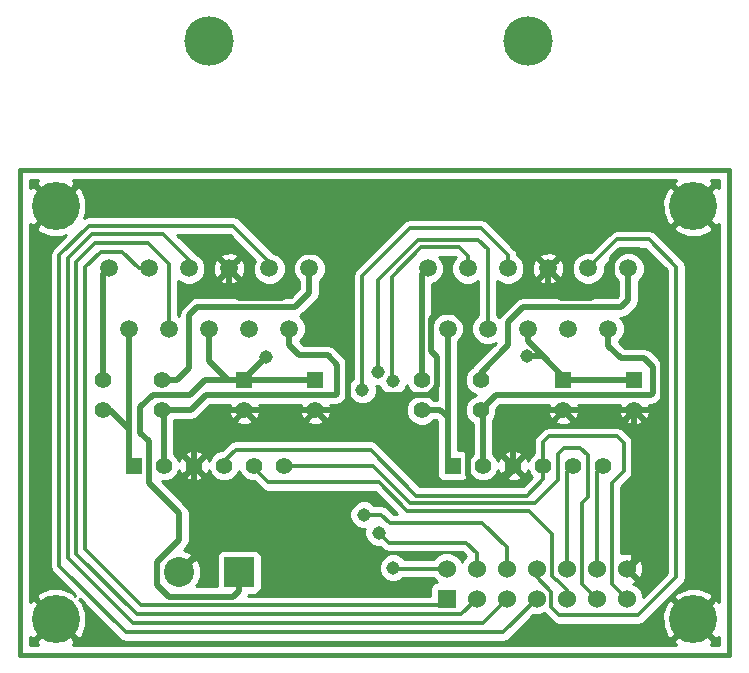
<source format=gbl>
G04 (created by PCBNEW (2013-mar-13)-testing) date Sun 19 May 2013 06:27:47 PM ART*
%MOIN*%
G04 Gerber Fmt 3.4, Leading zero omitted, Abs format*
%FSLAX34Y34*%
G01*
G70*
G90*
G04 APERTURE LIST*
%ADD10C,0.005906*%
%ADD11C,0.015000*%
%ADD12R,0.060000X0.060000*%
%ADD13C,0.060000*%
%ADD14R,0.055000X0.055000*%
%ADD15C,0.055000*%
%ADD16C,0.059100*%
%ADD17C,0.165000*%
%ADD18R,0.100000X0.100000*%
%ADD19C,0.100000*%
%ADD20C,0.160000*%
%ADD21C,0.045000*%
%ADD22C,0.013000*%
%ADD23C,0.019000*%
%ADD24C,0.010000*%
G04 APERTURE END LIST*
G54D10*
G54D11*
X53937Y-30709D02*
X54331Y-30709D01*
X53937Y-14567D02*
X53937Y-30709D01*
X77559Y-14567D02*
X53937Y-14567D01*
X77559Y-30709D02*
X77559Y-14567D01*
X54331Y-30709D02*
X77559Y-30709D01*
G54D12*
X68154Y-28846D03*
G54D13*
X68154Y-27846D03*
X69154Y-28846D03*
X69154Y-27846D03*
X70154Y-28846D03*
X70154Y-27846D03*
X71154Y-28846D03*
X71154Y-27846D03*
X72154Y-28846D03*
X72154Y-27846D03*
X73154Y-28846D03*
X73154Y-27846D03*
X74154Y-28846D03*
X74154Y-27846D03*
G54D14*
X57736Y-24409D03*
G54D15*
X58736Y-24409D03*
X59736Y-24409D03*
X60736Y-24409D03*
X61736Y-24409D03*
X62736Y-24409D03*
G54D14*
X68366Y-24409D03*
G54D15*
X69366Y-24409D03*
X70366Y-24409D03*
X71366Y-24409D03*
X72366Y-24409D03*
X73366Y-24409D03*
G54D16*
X62244Y-17835D03*
X61575Y-19842D03*
X60905Y-17835D03*
X63583Y-17835D03*
X62913Y-19843D03*
X60236Y-19843D03*
X58897Y-19843D03*
X59567Y-17835D03*
G54D17*
X60236Y-10237D03*
G54D16*
X56890Y-17835D03*
X57559Y-19842D03*
X58228Y-17835D03*
X72874Y-17835D03*
X72205Y-19842D03*
X71535Y-17835D03*
X74213Y-17835D03*
X73543Y-19843D03*
X70866Y-19843D03*
X69527Y-19843D03*
X70197Y-17835D03*
G54D17*
X70866Y-10237D03*
G54D16*
X67520Y-17835D03*
X68189Y-19842D03*
X68858Y-17835D03*
G54D14*
X63780Y-21547D03*
G54D15*
X63780Y-22547D03*
G54D14*
X61417Y-21547D03*
G54D15*
X61417Y-22547D03*
X58661Y-22547D03*
X58661Y-21547D03*
X56693Y-22547D03*
X56693Y-21547D03*
G54D14*
X72047Y-21547D03*
G54D15*
X72047Y-22547D03*
G54D14*
X74409Y-21547D03*
G54D15*
X74409Y-22547D03*
X69291Y-22547D03*
X69291Y-21547D03*
X67323Y-22547D03*
X67323Y-21547D03*
G54D18*
X61236Y-27953D03*
G54D19*
X59236Y-27953D03*
G54D20*
X76378Y-15748D03*
X76378Y-29528D03*
X55118Y-29528D03*
X55118Y-15748D03*
G54D21*
X65890Y-26640D03*
X65880Y-21270D03*
X66360Y-21600D03*
X66370Y-27810D03*
X65350Y-21870D03*
X65390Y-26040D03*
X62150Y-20770D03*
X70850Y-20750D03*
G54D22*
X73660Y-25000D02*
X73660Y-28352D01*
X74060Y-23640D02*
X74060Y-24090D01*
X60736Y-24409D02*
X60736Y-24264D01*
X67150Y-25410D02*
X70820Y-25410D01*
X70820Y-25410D02*
X71366Y-24864D01*
X71366Y-24864D02*
X71366Y-24409D01*
X73850Y-23430D02*
X74060Y-23640D01*
X71570Y-23430D02*
X73850Y-23430D01*
X71366Y-23634D02*
X71570Y-23430D01*
X73660Y-28352D02*
X74154Y-28846D01*
X74060Y-24090D02*
X74060Y-24600D01*
X71366Y-24409D02*
X71366Y-23634D01*
X60736Y-24264D02*
X61120Y-23880D01*
X61120Y-23880D02*
X65620Y-23880D01*
X65620Y-23880D02*
X67150Y-25410D01*
X74060Y-24600D02*
X73660Y-25000D01*
G54D23*
X56693Y-22547D02*
X56922Y-22547D01*
X56922Y-22547D02*
X57559Y-23184D01*
X57559Y-19842D02*
X57559Y-23184D01*
X57559Y-23184D02*
X57559Y-24232D01*
X57559Y-24232D02*
X57736Y-24409D01*
X59633Y-22547D02*
X58661Y-22547D01*
X64500Y-22000D02*
X64460Y-22040D01*
X62913Y-19843D02*
X62913Y-20393D01*
X64500Y-21040D02*
X64500Y-22000D01*
X60140Y-22040D02*
X59633Y-22547D01*
X61390Y-22040D02*
X60140Y-22040D01*
X63250Y-20730D02*
X64190Y-20730D01*
X62913Y-20393D02*
X63250Y-20730D01*
X58736Y-22622D02*
X58661Y-22547D01*
X64460Y-22040D02*
X61390Y-22040D01*
X58736Y-24409D02*
X58736Y-22622D01*
X64190Y-20730D02*
X64500Y-21040D01*
G54D22*
X68650Y-29350D02*
X69154Y-28846D01*
X57820Y-29350D02*
X68650Y-29350D01*
X55810Y-27340D02*
X57820Y-29350D01*
X55810Y-17610D02*
X55810Y-27340D01*
X56430Y-16990D02*
X55810Y-17610D01*
X58190Y-16990D02*
X56430Y-16990D01*
X58897Y-17697D02*
X58190Y-16990D01*
X58897Y-19843D02*
X58897Y-17697D01*
X57957Y-29057D02*
X67943Y-29057D01*
X67943Y-29057D02*
X68154Y-28846D01*
X56100Y-27200D02*
X57957Y-29057D01*
X56100Y-17800D02*
X56100Y-27200D01*
X57320Y-17270D02*
X56630Y-17270D01*
X57885Y-17835D02*
X57320Y-17270D01*
X58228Y-17835D02*
X57885Y-17835D01*
X56630Y-17270D02*
X56100Y-17800D01*
X70890Y-25920D02*
X71660Y-26690D01*
X72154Y-28846D02*
X72154Y-28544D01*
X71660Y-28070D02*
X71660Y-27240D01*
X72154Y-28544D02*
X71860Y-28250D01*
X71760Y-28170D02*
X71660Y-28070D01*
X71780Y-28170D02*
X71760Y-28170D01*
X66848Y-25920D02*
X70890Y-25920D01*
X71660Y-27240D02*
X71660Y-26690D01*
X61736Y-24409D02*
X61736Y-24486D01*
X65888Y-24960D02*
X66848Y-25920D01*
X61736Y-24486D02*
X62210Y-24960D01*
X62210Y-24960D02*
X65888Y-24960D01*
X71860Y-28250D02*
X71780Y-28170D01*
X71870Y-24040D02*
X71870Y-24020D01*
X65693Y-24409D02*
X66946Y-25662D01*
X71870Y-24892D02*
X71870Y-24130D01*
X72660Y-25660D02*
X72660Y-28352D01*
X62736Y-24409D02*
X65693Y-24409D01*
X67160Y-25662D02*
X71100Y-25662D01*
X71100Y-25662D02*
X71870Y-24892D01*
X66946Y-25662D02*
X67160Y-25662D01*
X72080Y-23810D02*
X72610Y-23810D01*
X72860Y-25460D02*
X72660Y-25660D01*
X71870Y-24020D02*
X72080Y-23810D01*
X71870Y-24130D02*
X71870Y-24040D01*
X72610Y-23810D02*
X72860Y-24060D01*
X72660Y-28352D02*
X73154Y-28846D01*
X72860Y-24060D02*
X72860Y-25460D01*
X59567Y-17835D02*
X59567Y-17557D01*
X69360Y-29640D02*
X70154Y-28846D01*
X57690Y-29640D02*
X69360Y-29640D01*
X55530Y-27480D02*
X57690Y-29640D01*
X55530Y-17500D02*
X55530Y-27480D01*
X56330Y-16700D02*
X55530Y-17500D01*
X58710Y-16700D02*
X56330Y-16700D01*
X59567Y-17557D02*
X58710Y-16700D01*
X55250Y-17390D02*
X55250Y-27750D01*
X56230Y-16410D02*
X55250Y-17390D01*
X57460Y-29960D02*
X70040Y-29960D01*
X62244Y-17835D02*
X62244Y-17604D01*
X55250Y-27750D02*
X57460Y-29960D01*
X62244Y-17604D02*
X61050Y-16410D01*
X61050Y-16410D02*
X56230Y-16410D01*
X70040Y-29960D02*
X71154Y-28846D01*
G54D23*
X67323Y-22547D02*
X67947Y-22547D01*
X67947Y-22547D02*
X68189Y-22789D01*
X68189Y-19842D02*
X68189Y-22789D01*
X68189Y-22789D02*
X68189Y-24232D01*
X68189Y-24232D02*
X68366Y-24409D01*
X75040Y-21970D02*
X74970Y-22040D01*
X75040Y-21120D02*
X75040Y-21970D01*
X73543Y-19843D02*
X73543Y-20413D01*
X69798Y-22040D02*
X69291Y-22547D01*
X74970Y-22040D02*
X69798Y-22040D01*
X73960Y-20830D02*
X74750Y-20830D01*
X74750Y-20830D02*
X75040Y-21120D01*
X69366Y-22622D02*
X69291Y-22547D01*
X69366Y-24409D02*
X69366Y-22622D01*
X73543Y-20413D02*
X73960Y-20830D01*
G54D22*
X69527Y-19843D02*
X69527Y-17197D01*
X69154Y-27334D02*
X69154Y-27846D01*
X68790Y-26970D02*
X69154Y-27334D01*
X66220Y-26970D02*
X68790Y-26970D01*
X65890Y-26640D02*
X66220Y-26970D01*
X65880Y-18210D02*
X65880Y-21270D01*
X67210Y-16880D02*
X65880Y-18210D01*
X69210Y-16880D02*
X67210Y-16880D01*
X69527Y-17197D02*
X69210Y-16880D01*
X68582Y-17132D02*
X67314Y-17132D01*
X66370Y-27810D02*
X66406Y-27846D01*
X66406Y-27846D02*
X68154Y-27846D01*
X68858Y-17835D02*
X68858Y-17408D01*
X66320Y-21560D02*
X66360Y-21600D01*
X67314Y-17132D02*
X66320Y-18126D01*
X66320Y-18126D02*
X66320Y-21560D01*
X68858Y-17408D02*
X68582Y-17132D01*
X72154Y-27846D02*
X72154Y-24621D01*
X72154Y-24621D02*
X72366Y-24409D01*
X73154Y-27846D02*
X73154Y-24621D01*
X73154Y-24621D02*
X73366Y-24409D01*
X65350Y-18070D02*
X65350Y-21870D01*
X66920Y-16500D02*
X65350Y-18070D01*
X69300Y-16500D02*
X66920Y-16500D01*
X70197Y-17397D02*
X69300Y-16500D01*
X70197Y-17835D02*
X70197Y-17397D01*
X70154Y-27134D02*
X70154Y-27846D01*
X69350Y-26330D02*
X70154Y-27134D01*
X66260Y-26330D02*
X69350Y-26330D01*
X65390Y-26040D02*
X65970Y-26040D01*
X65970Y-26040D02*
X66260Y-26330D01*
X75810Y-17770D02*
X74900Y-16860D01*
X74900Y-16860D02*
X73849Y-16860D01*
X71910Y-29390D02*
X74540Y-29390D01*
X73849Y-16860D02*
X72874Y-17835D01*
X71154Y-27846D02*
X71154Y-28134D01*
X75810Y-28120D02*
X75810Y-17770D01*
X71650Y-29130D02*
X71910Y-29390D01*
X71154Y-28134D02*
X71650Y-28630D01*
X71650Y-28630D02*
X71650Y-29130D01*
X74540Y-29390D02*
X75810Y-28120D01*
G54D23*
X68650Y-23380D02*
X68870Y-23600D01*
X75352Y-18002D02*
X75352Y-22218D01*
X68870Y-23600D02*
X68870Y-24710D01*
X68800Y-20260D02*
X68650Y-20410D01*
X67635Y-19515D02*
X67880Y-19270D01*
X74409Y-27591D02*
X74154Y-27846D01*
X68430Y-19270D02*
X68800Y-19640D01*
X75023Y-22547D02*
X74409Y-22547D01*
X69900Y-25030D02*
X70366Y-24564D01*
X67560Y-22050D02*
X67850Y-21760D01*
X68870Y-24710D02*
X69190Y-25030D01*
X74409Y-22547D02*
X74409Y-27591D01*
X68650Y-20410D02*
X68650Y-23380D01*
X68800Y-19640D02*
X68800Y-20260D01*
X73940Y-17220D02*
X74570Y-17220D01*
X75352Y-22218D02*
X75023Y-22547D01*
X67880Y-19270D02*
X68430Y-19270D01*
X74570Y-17220D02*
X75352Y-18002D01*
X69190Y-25030D02*
X69900Y-25030D01*
X71535Y-17835D02*
X71535Y-18393D01*
X65493Y-22547D02*
X65990Y-22050D01*
X65990Y-22050D02*
X67560Y-22050D01*
X64270Y-22547D02*
X65493Y-22547D01*
X67850Y-21760D02*
X67850Y-20800D01*
X67850Y-20800D02*
X67635Y-20585D01*
X67635Y-20585D02*
X67635Y-19515D01*
X70366Y-24564D02*
X70366Y-24409D01*
X63000Y-18460D02*
X63000Y-17600D01*
X64593Y-22547D02*
X64270Y-22547D01*
X72982Y-18818D02*
X73670Y-18130D01*
X62652Y-18808D02*
X63000Y-18460D01*
X63330Y-17270D02*
X63940Y-17270D01*
X64270Y-22547D02*
X63780Y-22547D01*
X74409Y-22547D02*
X72047Y-22547D01*
X64870Y-22270D02*
X64593Y-22547D01*
X59736Y-27453D02*
X59236Y-27953D01*
X60905Y-17835D02*
X60905Y-18463D01*
X73670Y-17490D02*
X73940Y-17220D01*
X71960Y-18818D02*
X72982Y-18818D01*
X64870Y-18200D02*
X64870Y-22270D01*
X73670Y-18130D02*
X73670Y-17490D01*
X63780Y-22547D02*
X61417Y-22547D01*
X61417Y-22547D02*
X60453Y-22547D01*
X59736Y-23264D02*
X59736Y-24409D01*
X60453Y-22547D02*
X59736Y-23264D01*
X63000Y-17600D02*
X63330Y-17270D01*
X70366Y-23559D02*
X70366Y-24409D01*
X71378Y-22547D02*
X70366Y-23559D01*
X72047Y-22547D02*
X71378Y-22547D01*
X63940Y-17270D02*
X64870Y-18200D01*
X59736Y-24409D02*
X59736Y-27453D01*
X60905Y-18463D02*
X61250Y-18808D01*
X61250Y-18808D02*
X62652Y-18808D01*
X71535Y-18393D02*
X71960Y-18818D01*
X58661Y-21547D02*
X59183Y-21547D01*
X63583Y-18637D02*
X63583Y-17835D01*
X63100Y-19120D02*
X63583Y-18637D01*
X59850Y-19120D02*
X63100Y-19120D01*
X59570Y-19400D02*
X59850Y-19120D01*
X59570Y-21160D02*
X59570Y-19400D01*
X59183Y-21547D02*
X59570Y-21160D01*
X56693Y-21547D02*
X56693Y-18032D01*
X56693Y-18032D02*
X56890Y-17835D01*
X70710Y-19130D02*
X73980Y-19130D01*
X69291Y-21547D02*
X69291Y-21309D01*
X74213Y-18897D02*
X74213Y-17835D01*
X69291Y-21309D02*
X70210Y-20390D01*
X73980Y-19130D02*
X74213Y-18897D01*
X70210Y-19630D02*
X70710Y-19130D01*
X70210Y-20390D02*
X70210Y-19630D01*
X67323Y-21547D02*
X67323Y-18032D01*
X67323Y-18032D02*
X67520Y-17835D01*
X59240Y-26100D02*
X59240Y-26885D01*
X59240Y-26885D02*
X59200Y-26925D01*
X61236Y-27953D02*
X61236Y-28589D01*
X61236Y-28589D02*
X61050Y-28775D01*
X58230Y-23600D02*
X57940Y-23310D01*
X57940Y-23310D02*
X57940Y-22460D01*
X58230Y-24970D02*
X58230Y-23600D01*
X59240Y-25980D02*
X58230Y-24970D01*
X72047Y-21437D02*
X72047Y-21547D01*
X70850Y-20750D02*
X71360Y-20750D01*
X61417Y-21547D02*
X61417Y-21503D01*
X71360Y-20750D02*
X72047Y-21437D01*
X58500Y-27625D02*
X59200Y-26925D01*
X60103Y-21547D02*
X61417Y-21547D01*
X59240Y-26100D02*
X59240Y-25980D01*
X61417Y-21503D02*
X62150Y-20770D01*
X60872Y-21547D02*
X61417Y-21547D01*
X61050Y-28775D02*
X58900Y-28775D01*
X58900Y-28775D02*
X58500Y-28375D01*
X70866Y-20256D02*
X71360Y-20750D01*
X70866Y-19843D02*
X70866Y-20256D01*
X57940Y-22460D02*
X58360Y-22040D01*
X58360Y-22040D02*
X59610Y-22040D01*
X59610Y-22040D02*
X60103Y-21547D01*
X60236Y-20911D02*
X60872Y-21547D01*
X58500Y-28375D02*
X58500Y-27625D01*
X63780Y-21547D02*
X61417Y-21547D01*
X74409Y-21547D02*
X72047Y-21547D01*
X60236Y-19843D02*
X60236Y-20911D01*
G54D10*
G36*
X67844Y-22202D02*
X67720Y-22202D01*
X67621Y-22102D01*
X67487Y-22046D01*
X67620Y-21992D01*
X67768Y-21845D01*
X67844Y-21661D01*
X67844Y-22202D01*
X67844Y-22202D01*
G37*
G54D24*
X67844Y-22202D02*
X67720Y-22202D01*
X67621Y-22102D01*
X67487Y-22046D01*
X67620Y-21992D01*
X67768Y-21845D01*
X67844Y-21661D01*
X67844Y-22202D01*
G54D10*
G36*
X69790Y-20322D02*
X69047Y-21065D01*
X69033Y-21085D01*
X68994Y-21102D01*
X68846Y-21249D01*
X68766Y-21442D01*
X68766Y-21651D01*
X68846Y-21844D01*
X68993Y-21992D01*
X69126Y-22047D01*
X68994Y-22102D01*
X68846Y-22249D01*
X68766Y-22442D01*
X68766Y-22651D01*
X68846Y-22844D01*
X68993Y-22992D01*
X69021Y-23003D01*
X69021Y-24011D01*
X68921Y-24111D01*
X68890Y-24185D01*
X68890Y-24085D01*
X68852Y-23993D01*
X68782Y-23923D01*
X68691Y-23885D01*
X68592Y-23885D01*
X68534Y-23885D01*
X68534Y-22789D01*
X68534Y-20266D01*
X68650Y-20150D01*
X68733Y-19950D01*
X68733Y-19734D01*
X68650Y-19534D01*
X68497Y-19381D01*
X68297Y-19298D01*
X68081Y-19298D01*
X67881Y-19381D01*
X67728Y-19534D01*
X67668Y-19678D01*
X67668Y-18362D01*
X67828Y-18296D01*
X67981Y-18143D01*
X68064Y-17943D01*
X68064Y-17727D01*
X67981Y-17527D01*
X67901Y-17447D01*
X68451Y-17447D01*
X68464Y-17460D01*
X68397Y-17527D01*
X68314Y-17727D01*
X68314Y-17943D01*
X68397Y-18143D01*
X68550Y-18296D01*
X68750Y-18379D01*
X68966Y-18379D01*
X69166Y-18296D01*
X69212Y-18250D01*
X69212Y-19389D01*
X69066Y-19535D01*
X68983Y-19735D01*
X68983Y-19951D01*
X69066Y-20151D01*
X69219Y-20304D01*
X69419Y-20387D01*
X69635Y-20387D01*
X69790Y-20322D01*
X69790Y-20322D01*
G37*
G54D24*
X69790Y-20322D02*
X69047Y-21065D01*
X69033Y-21085D01*
X68994Y-21102D01*
X68846Y-21249D01*
X68766Y-21442D01*
X68766Y-21651D01*
X68846Y-21844D01*
X68993Y-21992D01*
X69126Y-22047D01*
X68994Y-22102D01*
X68846Y-22249D01*
X68766Y-22442D01*
X68766Y-22651D01*
X68846Y-22844D01*
X68993Y-22992D01*
X69021Y-23003D01*
X69021Y-24011D01*
X68921Y-24111D01*
X68890Y-24185D01*
X68890Y-24085D01*
X68852Y-23993D01*
X68782Y-23923D01*
X68691Y-23885D01*
X68592Y-23885D01*
X68534Y-23885D01*
X68534Y-22789D01*
X68534Y-20266D01*
X68650Y-20150D01*
X68733Y-19950D01*
X68733Y-19734D01*
X68650Y-19534D01*
X68497Y-19381D01*
X68297Y-19298D01*
X68081Y-19298D01*
X67881Y-19381D01*
X67728Y-19534D01*
X67668Y-19678D01*
X67668Y-18362D01*
X67828Y-18296D01*
X67981Y-18143D01*
X68064Y-17943D01*
X68064Y-17727D01*
X67981Y-17527D01*
X67901Y-17447D01*
X68451Y-17447D01*
X68464Y-17460D01*
X68397Y-17527D01*
X68314Y-17727D01*
X68314Y-17943D01*
X68397Y-18143D01*
X68550Y-18296D01*
X68750Y-18379D01*
X68966Y-18379D01*
X69166Y-18296D01*
X69212Y-18250D01*
X69212Y-19389D01*
X69066Y-19535D01*
X68983Y-19735D01*
X68983Y-19951D01*
X69066Y-20151D01*
X69219Y-20304D01*
X69419Y-20387D01*
X69635Y-20387D01*
X69790Y-20322D01*
G54D10*
G36*
X77234Y-30384D02*
X76966Y-30384D01*
X77040Y-30261D01*
X76378Y-29599D01*
X76307Y-29670D01*
X76307Y-29528D01*
X75645Y-28866D01*
X75501Y-28952D01*
X75348Y-29332D01*
X75351Y-29742D01*
X75501Y-30104D01*
X75645Y-30190D01*
X76307Y-29528D01*
X76307Y-29670D01*
X75716Y-30261D01*
X75789Y-30384D01*
X56148Y-30384D01*
X55706Y-30384D01*
X55780Y-30261D01*
X55118Y-29599D01*
X54456Y-30261D01*
X54529Y-30384D01*
X54331Y-30384D01*
X54262Y-30384D01*
X54262Y-30116D01*
X54385Y-30190D01*
X55047Y-29528D01*
X54385Y-28866D01*
X54262Y-28939D01*
X54262Y-16336D01*
X54385Y-16410D01*
X55047Y-15748D01*
X54385Y-15086D01*
X54262Y-15159D01*
X54262Y-14892D01*
X54529Y-14892D01*
X54456Y-15015D01*
X55118Y-15677D01*
X55780Y-15015D01*
X55706Y-14892D01*
X75789Y-14892D01*
X75716Y-15015D01*
X76378Y-15677D01*
X77040Y-15015D01*
X76966Y-14892D01*
X77234Y-14892D01*
X77234Y-15159D01*
X77111Y-15086D01*
X76449Y-15748D01*
X77111Y-16410D01*
X77234Y-16336D01*
X77234Y-28939D01*
X77111Y-28866D01*
X77040Y-28937D01*
X77040Y-28795D01*
X77040Y-16481D01*
X76378Y-15819D01*
X76307Y-15890D01*
X76307Y-15748D01*
X75645Y-15086D01*
X75501Y-15172D01*
X75348Y-15552D01*
X75351Y-15962D01*
X75501Y-16324D01*
X75645Y-16410D01*
X76307Y-15748D01*
X76307Y-15890D01*
X75716Y-16481D01*
X75802Y-16625D01*
X76182Y-16778D01*
X76592Y-16775D01*
X76954Y-16625D01*
X77040Y-16481D01*
X77040Y-28795D01*
X76954Y-28651D01*
X76574Y-28498D01*
X76164Y-28501D01*
X76125Y-28517D01*
X76125Y-28120D01*
X76125Y-17770D01*
X76124Y-17769D01*
X76125Y-17769D01*
X76101Y-17649D01*
X76033Y-17547D01*
X76030Y-17545D01*
X75123Y-16637D01*
X75021Y-16569D01*
X74900Y-16545D01*
X73849Y-16545D01*
X73848Y-16545D01*
X73728Y-16569D01*
X73626Y-16637D01*
X73624Y-16639D01*
X72972Y-17291D01*
X72766Y-17291D01*
X72566Y-17374D01*
X72413Y-17527D01*
X72330Y-17727D01*
X72330Y-17943D01*
X72413Y-18143D01*
X72566Y-18296D01*
X72766Y-18379D01*
X72982Y-18379D01*
X73182Y-18296D01*
X73335Y-18143D01*
X73418Y-17943D01*
X73418Y-17736D01*
X73979Y-17175D01*
X74769Y-17175D01*
X75495Y-17900D01*
X75495Y-27989D01*
X75385Y-28099D01*
X75385Y-21970D01*
X75385Y-21120D01*
X75359Y-20988D01*
X75284Y-20876D01*
X74994Y-20586D01*
X74882Y-20511D01*
X74750Y-20485D01*
X74102Y-20485D01*
X73888Y-20270D01*
X73888Y-20267D01*
X74004Y-20151D01*
X74087Y-19951D01*
X74087Y-19735D01*
X74004Y-19535D01*
X73944Y-19475D01*
X73980Y-19475D01*
X74112Y-19449D01*
X74224Y-19374D01*
X74457Y-19141D01*
X74532Y-19030D01*
X74532Y-19029D01*
X74558Y-18897D01*
X74558Y-18259D01*
X74674Y-18143D01*
X74757Y-17943D01*
X74757Y-17727D01*
X74674Y-17527D01*
X74521Y-17374D01*
X74321Y-17291D01*
X74105Y-17291D01*
X73905Y-17374D01*
X73752Y-17527D01*
X73669Y-17727D01*
X73669Y-17943D01*
X73752Y-18143D01*
X73868Y-18259D01*
X73868Y-18754D01*
X73837Y-18785D01*
X72075Y-18785D01*
X72075Y-17913D01*
X72063Y-17701D01*
X72003Y-17556D01*
X71910Y-17531D01*
X71839Y-17602D01*
X71839Y-17460D01*
X71814Y-17367D01*
X71613Y-17295D01*
X71401Y-17307D01*
X71256Y-17367D01*
X71231Y-17460D01*
X71535Y-17764D01*
X71839Y-17460D01*
X71839Y-17602D01*
X71606Y-17835D01*
X71910Y-18139D01*
X72003Y-18114D01*
X72075Y-17913D01*
X72075Y-18785D01*
X71839Y-18785D01*
X71839Y-18210D01*
X71535Y-17906D01*
X71464Y-17977D01*
X71464Y-17835D01*
X71160Y-17531D01*
X71067Y-17556D01*
X70995Y-17757D01*
X71007Y-17969D01*
X71067Y-18114D01*
X71160Y-18139D01*
X71464Y-17835D01*
X71464Y-17977D01*
X71231Y-18210D01*
X71256Y-18303D01*
X71457Y-18375D01*
X71669Y-18363D01*
X71814Y-18303D01*
X71839Y-18210D01*
X71839Y-18785D01*
X70710Y-18785D01*
X70578Y-18811D01*
X70466Y-18886D01*
X69966Y-19386D01*
X69915Y-19462D01*
X69842Y-19389D01*
X69842Y-18249D01*
X69889Y-18296D01*
X70089Y-18379D01*
X70305Y-18379D01*
X70505Y-18296D01*
X70658Y-18143D01*
X70741Y-17943D01*
X70741Y-17727D01*
X70658Y-17527D01*
X70508Y-17377D01*
X70488Y-17276D01*
X70420Y-17174D01*
X70417Y-17172D01*
X69523Y-16277D01*
X69421Y-16209D01*
X69300Y-16185D01*
X66920Y-16185D01*
X66799Y-16209D01*
X66697Y-16277D01*
X65127Y-17847D01*
X65059Y-17949D01*
X65035Y-18070D01*
X65035Y-21513D01*
X64948Y-21601D01*
X64875Y-21775D01*
X64875Y-21964D01*
X64947Y-22139D01*
X65081Y-22272D01*
X65255Y-22345D01*
X65444Y-22345D01*
X65619Y-22273D01*
X65752Y-22139D01*
X65825Y-21965D01*
X65825Y-21776D01*
X65812Y-21745D01*
X65905Y-21745D01*
X65957Y-21869D01*
X66091Y-22002D01*
X66265Y-22075D01*
X66454Y-22075D01*
X66629Y-22003D01*
X66762Y-21869D01*
X66825Y-21717D01*
X66878Y-21844D01*
X67025Y-21992D01*
X67158Y-22047D01*
X67026Y-22102D01*
X66878Y-22249D01*
X66798Y-22442D01*
X66798Y-22651D01*
X66878Y-22844D01*
X67025Y-22992D01*
X67218Y-23072D01*
X67427Y-23072D01*
X67620Y-22992D01*
X67720Y-22892D01*
X67804Y-22892D01*
X67844Y-22932D01*
X67844Y-24079D01*
X67842Y-24084D01*
X67842Y-24183D01*
X67842Y-24733D01*
X67880Y-24825D01*
X67950Y-24895D01*
X68041Y-24933D01*
X68140Y-24933D01*
X68690Y-24933D01*
X68782Y-24895D01*
X68852Y-24825D01*
X68890Y-24734D01*
X68890Y-24635D01*
X68890Y-24631D01*
X68921Y-24706D01*
X69068Y-24854D01*
X69261Y-24934D01*
X69470Y-24934D01*
X69663Y-24854D01*
X69811Y-24707D01*
X69869Y-24566D01*
X69914Y-24676D01*
X70005Y-24699D01*
X70295Y-24409D01*
X70005Y-24119D01*
X69914Y-24142D01*
X69872Y-24260D01*
X69811Y-24112D01*
X69711Y-24011D01*
X69711Y-22869D01*
X69736Y-22845D01*
X69816Y-22652D01*
X69816Y-22510D01*
X69941Y-22385D01*
X71558Y-22385D01*
X71528Y-22473D01*
X71539Y-22677D01*
X71595Y-22814D01*
X71686Y-22837D01*
X71941Y-22582D01*
X71976Y-22547D01*
X72047Y-22476D01*
X72118Y-22547D01*
X72153Y-22582D01*
X72408Y-22837D01*
X72499Y-22814D01*
X72566Y-22621D01*
X72555Y-22417D01*
X72541Y-22385D01*
X73920Y-22385D01*
X73890Y-22473D01*
X73901Y-22677D01*
X73957Y-22814D01*
X74048Y-22837D01*
X74303Y-22582D01*
X74338Y-22547D01*
X74409Y-22476D01*
X74480Y-22547D01*
X74515Y-22582D01*
X74770Y-22837D01*
X74861Y-22814D01*
X74928Y-22621D01*
X74917Y-22417D01*
X74903Y-22385D01*
X74970Y-22385D01*
X75102Y-22359D01*
X75214Y-22284D01*
X75283Y-22215D01*
X75283Y-22214D01*
X75284Y-22214D01*
X75358Y-22103D01*
X75359Y-22102D01*
X75384Y-21971D01*
X75385Y-21970D01*
X75385Y-28099D01*
X74703Y-28781D01*
X74703Y-28737D01*
X74699Y-28727D01*
X74699Y-22908D01*
X74409Y-22618D01*
X74119Y-22908D01*
X74142Y-22999D01*
X74335Y-23066D01*
X74539Y-23055D01*
X74676Y-22999D01*
X74699Y-22908D01*
X74699Y-28727D01*
X74697Y-28722D01*
X74697Y-27925D01*
X74686Y-27712D01*
X74626Y-27565D01*
X74532Y-27538D01*
X74225Y-27846D01*
X74532Y-28154D01*
X74626Y-28127D01*
X74697Y-27925D01*
X74697Y-28722D01*
X74619Y-28535D01*
X74465Y-28381D01*
X74373Y-28343D01*
X74435Y-28318D01*
X74462Y-28224D01*
X74189Y-27952D01*
X74154Y-27917D01*
X74083Y-27846D01*
X74154Y-27775D01*
X74189Y-27740D01*
X74462Y-27468D01*
X74435Y-27374D01*
X74233Y-27303D01*
X74020Y-27314D01*
X73975Y-27332D01*
X73975Y-25130D01*
X74280Y-24824D01*
X74282Y-24823D01*
X74283Y-24823D01*
X74351Y-24721D01*
X74375Y-24600D01*
X74375Y-24090D01*
X74375Y-23640D01*
X74374Y-23639D01*
X74375Y-23639D01*
X74351Y-23519D01*
X74283Y-23417D01*
X74280Y-23415D01*
X74073Y-23207D01*
X73971Y-23139D01*
X73850Y-23115D01*
X72337Y-23115D01*
X72337Y-22908D01*
X72047Y-22618D01*
X71757Y-22908D01*
X71780Y-22999D01*
X71973Y-23066D01*
X72177Y-23055D01*
X72314Y-22999D01*
X72337Y-22908D01*
X72337Y-23115D01*
X71570Y-23115D01*
X71449Y-23139D01*
X71347Y-23207D01*
X71345Y-23209D01*
X71143Y-23411D01*
X71075Y-23513D01*
X71051Y-23634D01*
X71051Y-23981D01*
X70921Y-24111D01*
X70862Y-24251D01*
X70818Y-24142D01*
X70727Y-24119D01*
X70656Y-24190D01*
X70656Y-24048D01*
X70633Y-23957D01*
X70440Y-23890D01*
X70236Y-23901D01*
X70099Y-23957D01*
X70076Y-24048D01*
X70366Y-24338D01*
X70656Y-24048D01*
X70656Y-24190D01*
X70437Y-24409D01*
X70727Y-24699D01*
X70818Y-24676D01*
X70859Y-24557D01*
X70921Y-24706D01*
X70999Y-24784D01*
X70689Y-25095D01*
X70656Y-25095D01*
X70656Y-24770D01*
X70366Y-24480D01*
X70076Y-24770D01*
X70099Y-24861D01*
X70292Y-24928D01*
X70496Y-24917D01*
X70633Y-24861D01*
X70656Y-24770D01*
X70656Y-25095D01*
X67280Y-25095D01*
X65843Y-23657D01*
X65741Y-23589D01*
X65620Y-23565D01*
X64070Y-23565D01*
X64070Y-22908D01*
X63780Y-22618D01*
X63490Y-22908D01*
X63513Y-22999D01*
X63706Y-23066D01*
X63910Y-23055D01*
X64047Y-22999D01*
X64070Y-22908D01*
X64070Y-23565D01*
X61707Y-23565D01*
X61707Y-22908D01*
X61417Y-22618D01*
X61127Y-22908D01*
X61150Y-22999D01*
X61343Y-23066D01*
X61547Y-23055D01*
X61684Y-22999D01*
X61707Y-22908D01*
X61707Y-23565D01*
X61120Y-23565D01*
X60999Y-23589D01*
X60897Y-23657D01*
X60670Y-23884D01*
X60632Y-23884D01*
X60439Y-23964D01*
X60291Y-24111D01*
X60232Y-24251D01*
X60188Y-24142D01*
X60097Y-24119D01*
X60026Y-24190D01*
X60026Y-24048D01*
X60003Y-23957D01*
X59810Y-23890D01*
X59606Y-23901D01*
X59469Y-23957D01*
X59446Y-24048D01*
X59736Y-24338D01*
X60026Y-24048D01*
X60026Y-24190D01*
X59807Y-24409D01*
X60097Y-24699D01*
X60188Y-24676D01*
X60229Y-24557D01*
X60291Y-24706D01*
X60438Y-24854D01*
X60631Y-24934D01*
X60840Y-24934D01*
X61033Y-24854D01*
X61181Y-24707D01*
X61236Y-24573D01*
X61291Y-24706D01*
X61438Y-24854D01*
X61631Y-24934D01*
X61738Y-24934D01*
X61987Y-25183D01*
X62089Y-25251D01*
X62090Y-25251D01*
X62210Y-25275D01*
X65757Y-25275D01*
X66497Y-26015D01*
X66391Y-26015D01*
X66193Y-25817D01*
X66091Y-25749D01*
X65970Y-25725D01*
X65746Y-25725D01*
X65659Y-25638D01*
X65485Y-25565D01*
X65296Y-25565D01*
X65121Y-25637D01*
X64988Y-25771D01*
X64915Y-25945D01*
X64915Y-26134D01*
X64987Y-26309D01*
X65121Y-26442D01*
X65295Y-26515D01*
X65427Y-26515D01*
X65415Y-26545D01*
X65415Y-26734D01*
X65487Y-26909D01*
X65621Y-27042D01*
X65795Y-27115D01*
X65919Y-27115D01*
X65995Y-27190D01*
X65997Y-27193D01*
X66099Y-27261D01*
X66220Y-27285D01*
X68659Y-27285D01*
X68799Y-27424D01*
X68689Y-27535D01*
X68654Y-27619D01*
X68619Y-27535D01*
X68465Y-27381D01*
X68263Y-27297D01*
X68045Y-27297D01*
X67843Y-27381D01*
X67693Y-27531D01*
X66762Y-27531D01*
X66639Y-27408D01*
X66465Y-27335D01*
X66276Y-27335D01*
X66101Y-27407D01*
X65968Y-27541D01*
X65895Y-27715D01*
X65895Y-27904D01*
X65967Y-28079D01*
X66101Y-28212D01*
X66275Y-28285D01*
X66464Y-28285D01*
X66639Y-28213D01*
X66690Y-28161D01*
X67693Y-28161D01*
X67829Y-28297D01*
X67805Y-28297D01*
X67713Y-28335D01*
X67643Y-28405D01*
X67605Y-28496D01*
X67605Y-28595D01*
X67605Y-28742D01*
X61540Y-28742D01*
X61555Y-28721D01*
X61558Y-28702D01*
X61785Y-28702D01*
X61877Y-28664D01*
X61947Y-28594D01*
X61985Y-28503D01*
X61985Y-28404D01*
X61985Y-27404D01*
X61947Y-27312D01*
X61877Y-27242D01*
X61786Y-27204D01*
X61687Y-27204D01*
X60687Y-27204D01*
X60595Y-27242D01*
X60525Y-27312D01*
X60487Y-27403D01*
X60487Y-27502D01*
X60487Y-28430D01*
X60026Y-28430D01*
X60026Y-24770D01*
X59736Y-24480D01*
X59446Y-24770D01*
X59469Y-24861D01*
X59662Y-24928D01*
X59866Y-24917D01*
X60003Y-24861D01*
X60026Y-24770D01*
X60026Y-28430D01*
X59975Y-28430D01*
X59838Y-28430D01*
X59846Y-28422D01*
X59805Y-28381D01*
X59870Y-28353D01*
X59975Y-28080D01*
X59967Y-27788D01*
X59870Y-27553D01*
X59756Y-27503D01*
X59307Y-27953D01*
X59236Y-28024D01*
X59165Y-27953D01*
X59236Y-27882D01*
X59271Y-27847D01*
X59686Y-27433D01*
X59636Y-27319D01*
X59389Y-27224D01*
X59443Y-27170D01*
X59443Y-27169D01*
X59444Y-27169D01*
X59484Y-27129D01*
X59559Y-27018D01*
X59559Y-27017D01*
X59585Y-26885D01*
X59585Y-26100D01*
X59585Y-25980D01*
X59559Y-25848D01*
X59484Y-25736D01*
X58682Y-24934D01*
X58840Y-24934D01*
X59033Y-24854D01*
X59181Y-24707D01*
X59239Y-24566D01*
X59284Y-24676D01*
X59375Y-24699D01*
X59665Y-24409D01*
X59375Y-24119D01*
X59284Y-24142D01*
X59242Y-24260D01*
X59181Y-24112D01*
X59081Y-24011D01*
X59081Y-22892D01*
X59633Y-22892D01*
X59765Y-22866D01*
X59877Y-22791D01*
X60283Y-22385D01*
X60928Y-22385D01*
X60898Y-22473D01*
X60909Y-22677D01*
X60965Y-22814D01*
X61056Y-22837D01*
X61311Y-22582D01*
X61346Y-22547D01*
X61417Y-22476D01*
X61488Y-22547D01*
X61523Y-22582D01*
X61778Y-22837D01*
X61869Y-22814D01*
X61936Y-22621D01*
X61925Y-22417D01*
X61911Y-22385D01*
X63291Y-22385D01*
X63261Y-22473D01*
X63272Y-22677D01*
X63328Y-22814D01*
X63419Y-22837D01*
X63674Y-22582D01*
X63709Y-22547D01*
X63780Y-22476D01*
X63851Y-22547D01*
X63886Y-22582D01*
X64141Y-22837D01*
X64232Y-22814D01*
X64299Y-22621D01*
X64288Y-22417D01*
X64274Y-22385D01*
X64460Y-22385D01*
X64592Y-22359D01*
X64704Y-22284D01*
X64744Y-22244D01*
X64819Y-22133D01*
X64819Y-22132D01*
X64845Y-22000D01*
X64845Y-21040D01*
X64819Y-20908D01*
X64819Y-20907D01*
X64744Y-20796D01*
X64434Y-20486D01*
X64322Y-20411D01*
X64190Y-20385D01*
X63393Y-20385D01*
X63266Y-20258D01*
X63374Y-20151D01*
X63457Y-19951D01*
X63457Y-19735D01*
X63374Y-19535D01*
X63259Y-19420D01*
X63344Y-19364D01*
X63827Y-18881D01*
X63902Y-18769D01*
X63928Y-18637D01*
X63928Y-18259D01*
X64044Y-18143D01*
X64127Y-17943D01*
X64127Y-17727D01*
X64044Y-17527D01*
X63891Y-17374D01*
X63691Y-17291D01*
X63475Y-17291D01*
X63275Y-17374D01*
X63122Y-17527D01*
X63039Y-17727D01*
X63039Y-17943D01*
X63122Y-18143D01*
X63238Y-18259D01*
X63238Y-18494D01*
X62957Y-18775D01*
X61445Y-18775D01*
X61445Y-17913D01*
X61433Y-17701D01*
X61373Y-17556D01*
X61280Y-17531D01*
X61209Y-17602D01*
X61209Y-17460D01*
X61184Y-17367D01*
X60983Y-17295D01*
X60771Y-17307D01*
X60626Y-17367D01*
X60601Y-17460D01*
X60905Y-17764D01*
X61209Y-17460D01*
X61209Y-17602D01*
X60976Y-17835D01*
X61280Y-18139D01*
X61373Y-18114D01*
X61445Y-17913D01*
X61445Y-18775D01*
X61209Y-18775D01*
X61209Y-18210D01*
X60905Y-17906D01*
X60834Y-17977D01*
X60834Y-17835D01*
X60530Y-17531D01*
X60437Y-17556D01*
X60365Y-17757D01*
X60377Y-17969D01*
X60437Y-18114D01*
X60530Y-18139D01*
X60834Y-17835D01*
X60834Y-17977D01*
X60601Y-18210D01*
X60626Y-18303D01*
X60827Y-18375D01*
X61039Y-18363D01*
X61184Y-18303D01*
X61209Y-18210D01*
X61209Y-18775D01*
X59850Y-18775D01*
X59718Y-18801D01*
X59606Y-18876D01*
X59605Y-18876D01*
X59605Y-18877D01*
X59326Y-19156D01*
X59251Y-19268D01*
X59225Y-19400D01*
X59225Y-19402D01*
X59212Y-19389D01*
X59212Y-18249D01*
X59259Y-18296D01*
X59459Y-18379D01*
X59675Y-18379D01*
X59875Y-18296D01*
X60028Y-18143D01*
X60111Y-17943D01*
X60111Y-17727D01*
X60028Y-17527D01*
X59875Y-17374D01*
X59794Y-17340D01*
X59793Y-17339D01*
X59790Y-17334D01*
X59787Y-17332D01*
X59180Y-16725D01*
X60919Y-16725D01*
X61765Y-17570D01*
X61700Y-17727D01*
X61700Y-17943D01*
X61783Y-18143D01*
X61936Y-18296D01*
X62136Y-18379D01*
X62352Y-18379D01*
X62552Y-18296D01*
X62705Y-18143D01*
X62788Y-17943D01*
X62788Y-17727D01*
X62705Y-17527D01*
X62552Y-17374D01*
X62393Y-17308D01*
X61273Y-16187D01*
X61171Y-16119D01*
X61050Y-16095D01*
X56230Y-16095D01*
X56229Y-16095D01*
X56109Y-16119D01*
X56065Y-16147D01*
X56148Y-15944D01*
X56145Y-15534D01*
X55995Y-15172D01*
X55851Y-15086D01*
X55224Y-15713D01*
X55189Y-15748D01*
X55118Y-15819D01*
X55083Y-15854D01*
X54456Y-16481D01*
X54542Y-16625D01*
X54922Y-16778D01*
X55332Y-16775D01*
X55481Y-16713D01*
X55027Y-17167D01*
X54959Y-17269D01*
X54935Y-17390D01*
X54935Y-27750D01*
X54959Y-27871D01*
X55027Y-27973D01*
X55779Y-28724D01*
X55753Y-28750D01*
X55694Y-28651D01*
X55314Y-28498D01*
X54904Y-28501D01*
X54542Y-28651D01*
X54456Y-28795D01*
X55083Y-29422D01*
X55118Y-29457D01*
X55189Y-29528D01*
X55224Y-29563D01*
X55851Y-30190D01*
X55995Y-30104D01*
X56148Y-29724D01*
X56145Y-29314D01*
X55995Y-28952D01*
X55895Y-28892D01*
X55921Y-28866D01*
X57235Y-30180D01*
X57237Y-30183D01*
X57339Y-30251D01*
X57340Y-30251D01*
X57460Y-30275D01*
X70040Y-30275D01*
X70160Y-30251D01*
X70161Y-30251D01*
X70263Y-30183D01*
X71050Y-29395D01*
X71263Y-29395D01*
X71413Y-29332D01*
X71427Y-29353D01*
X71685Y-29610D01*
X71687Y-29613D01*
X71789Y-29681D01*
X71910Y-29705D01*
X74540Y-29705D01*
X74660Y-29681D01*
X74661Y-29681D01*
X74763Y-29613D01*
X76033Y-28343D01*
X76101Y-28241D01*
X76101Y-28240D01*
X76125Y-28120D01*
X76125Y-28517D01*
X75802Y-28651D01*
X75716Y-28795D01*
X76378Y-29457D01*
X77040Y-28795D01*
X77040Y-28937D01*
X76449Y-29528D01*
X77111Y-30190D01*
X77234Y-30116D01*
X77234Y-30384D01*
X77234Y-30384D01*
G37*
G54D24*
X77234Y-30384D02*
X76966Y-30384D01*
X77040Y-30261D01*
X76378Y-29599D01*
X76307Y-29670D01*
X76307Y-29528D01*
X75645Y-28866D01*
X75501Y-28952D01*
X75348Y-29332D01*
X75351Y-29742D01*
X75501Y-30104D01*
X75645Y-30190D01*
X76307Y-29528D01*
X76307Y-29670D01*
X75716Y-30261D01*
X75789Y-30384D01*
X56148Y-30384D01*
X55706Y-30384D01*
X55780Y-30261D01*
X55118Y-29599D01*
X54456Y-30261D01*
X54529Y-30384D01*
X54331Y-30384D01*
X54262Y-30384D01*
X54262Y-30116D01*
X54385Y-30190D01*
X55047Y-29528D01*
X54385Y-28866D01*
X54262Y-28939D01*
X54262Y-16336D01*
X54385Y-16410D01*
X55047Y-15748D01*
X54385Y-15086D01*
X54262Y-15159D01*
X54262Y-14892D01*
X54529Y-14892D01*
X54456Y-15015D01*
X55118Y-15677D01*
X55780Y-15015D01*
X55706Y-14892D01*
X75789Y-14892D01*
X75716Y-15015D01*
X76378Y-15677D01*
X77040Y-15015D01*
X76966Y-14892D01*
X77234Y-14892D01*
X77234Y-15159D01*
X77111Y-15086D01*
X76449Y-15748D01*
X77111Y-16410D01*
X77234Y-16336D01*
X77234Y-28939D01*
X77111Y-28866D01*
X77040Y-28937D01*
X77040Y-28795D01*
X77040Y-16481D01*
X76378Y-15819D01*
X76307Y-15890D01*
X76307Y-15748D01*
X75645Y-15086D01*
X75501Y-15172D01*
X75348Y-15552D01*
X75351Y-15962D01*
X75501Y-16324D01*
X75645Y-16410D01*
X76307Y-15748D01*
X76307Y-15890D01*
X75716Y-16481D01*
X75802Y-16625D01*
X76182Y-16778D01*
X76592Y-16775D01*
X76954Y-16625D01*
X77040Y-16481D01*
X77040Y-28795D01*
X76954Y-28651D01*
X76574Y-28498D01*
X76164Y-28501D01*
X76125Y-28517D01*
X76125Y-28120D01*
X76125Y-17770D01*
X76124Y-17769D01*
X76125Y-17769D01*
X76101Y-17649D01*
X76033Y-17547D01*
X76030Y-17545D01*
X75123Y-16637D01*
X75021Y-16569D01*
X74900Y-16545D01*
X73849Y-16545D01*
X73848Y-16545D01*
X73728Y-16569D01*
X73626Y-16637D01*
X73624Y-16639D01*
X72972Y-17291D01*
X72766Y-17291D01*
X72566Y-17374D01*
X72413Y-17527D01*
X72330Y-17727D01*
X72330Y-17943D01*
X72413Y-18143D01*
X72566Y-18296D01*
X72766Y-18379D01*
X72982Y-18379D01*
X73182Y-18296D01*
X73335Y-18143D01*
X73418Y-17943D01*
X73418Y-17736D01*
X73979Y-17175D01*
X74769Y-17175D01*
X75495Y-17900D01*
X75495Y-27989D01*
X75385Y-28099D01*
X75385Y-21970D01*
X75385Y-21120D01*
X75359Y-20988D01*
X75284Y-20876D01*
X74994Y-20586D01*
X74882Y-20511D01*
X74750Y-20485D01*
X74102Y-20485D01*
X73888Y-20270D01*
X73888Y-20267D01*
X74004Y-20151D01*
X74087Y-19951D01*
X74087Y-19735D01*
X74004Y-19535D01*
X73944Y-19475D01*
X73980Y-19475D01*
X74112Y-19449D01*
X74224Y-19374D01*
X74457Y-19141D01*
X74532Y-19030D01*
X74532Y-19029D01*
X74558Y-18897D01*
X74558Y-18259D01*
X74674Y-18143D01*
X74757Y-17943D01*
X74757Y-17727D01*
X74674Y-17527D01*
X74521Y-17374D01*
X74321Y-17291D01*
X74105Y-17291D01*
X73905Y-17374D01*
X73752Y-17527D01*
X73669Y-17727D01*
X73669Y-17943D01*
X73752Y-18143D01*
X73868Y-18259D01*
X73868Y-18754D01*
X73837Y-18785D01*
X72075Y-18785D01*
X72075Y-17913D01*
X72063Y-17701D01*
X72003Y-17556D01*
X71910Y-17531D01*
X71839Y-17602D01*
X71839Y-17460D01*
X71814Y-17367D01*
X71613Y-17295D01*
X71401Y-17307D01*
X71256Y-17367D01*
X71231Y-17460D01*
X71535Y-17764D01*
X71839Y-17460D01*
X71839Y-17602D01*
X71606Y-17835D01*
X71910Y-18139D01*
X72003Y-18114D01*
X72075Y-17913D01*
X72075Y-18785D01*
X71839Y-18785D01*
X71839Y-18210D01*
X71535Y-17906D01*
X71464Y-17977D01*
X71464Y-17835D01*
X71160Y-17531D01*
X71067Y-17556D01*
X70995Y-17757D01*
X71007Y-17969D01*
X71067Y-18114D01*
X71160Y-18139D01*
X71464Y-17835D01*
X71464Y-17977D01*
X71231Y-18210D01*
X71256Y-18303D01*
X71457Y-18375D01*
X71669Y-18363D01*
X71814Y-18303D01*
X71839Y-18210D01*
X71839Y-18785D01*
X70710Y-18785D01*
X70578Y-18811D01*
X70466Y-18886D01*
X69966Y-19386D01*
X69915Y-19462D01*
X69842Y-19389D01*
X69842Y-18249D01*
X69889Y-18296D01*
X70089Y-18379D01*
X70305Y-18379D01*
X70505Y-18296D01*
X70658Y-18143D01*
X70741Y-17943D01*
X70741Y-17727D01*
X70658Y-17527D01*
X70508Y-17377D01*
X70488Y-17276D01*
X70420Y-17174D01*
X70417Y-17172D01*
X69523Y-16277D01*
X69421Y-16209D01*
X69300Y-16185D01*
X66920Y-16185D01*
X66799Y-16209D01*
X66697Y-16277D01*
X65127Y-17847D01*
X65059Y-17949D01*
X65035Y-18070D01*
X65035Y-21513D01*
X64948Y-21601D01*
X64875Y-21775D01*
X64875Y-21964D01*
X64947Y-22139D01*
X65081Y-22272D01*
X65255Y-22345D01*
X65444Y-22345D01*
X65619Y-22273D01*
X65752Y-22139D01*
X65825Y-21965D01*
X65825Y-21776D01*
X65812Y-21745D01*
X65905Y-21745D01*
X65957Y-21869D01*
X66091Y-22002D01*
X66265Y-22075D01*
X66454Y-22075D01*
X66629Y-22003D01*
X66762Y-21869D01*
X66825Y-21717D01*
X66878Y-21844D01*
X67025Y-21992D01*
X67158Y-22047D01*
X67026Y-22102D01*
X66878Y-22249D01*
X66798Y-22442D01*
X66798Y-22651D01*
X66878Y-22844D01*
X67025Y-22992D01*
X67218Y-23072D01*
X67427Y-23072D01*
X67620Y-22992D01*
X67720Y-22892D01*
X67804Y-22892D01*
X67844Y-22932D01*
X67844Y-24079D01*
X67842Y-24084D01*
X67842Y-24183D01*
X67842Y-24733D01*
X67880Y-24825D01*
X67950Y-24895D01*
X68041Y-24933D01*
X68140Y-24933D01*
X68690Y-24933D01*
X68782Y-24895D01*
X68852Y-24825D01*
X68890Y-24734D01*
X68890Y-24635D01*
X68890Y-24631D01*
X68921Y-24706D01*
X69068Y-24854D01*
X69261Y-24934D01*
X69470Y-24934D01*
X69663Y-24854D01*
X69811Y-24707D01*
X69869Y-24566D01*
X69914Y-24676D01*
X70005Y-24699D01*
X70295Y-24409D01*
X70005Y-24119D01*
X69914Y-24142D01*
X69872Y-24260D01*
X69811Y-24112D01*
X69711Y-24011D01*
X69711Y-22869D01*
X69736Y-22845D01*
X69816Y-22652D01*
X69816Y-22510D01*
X69941Y-22385D01*
X71558Y-22385D01*
X71528Y-22473D01*
X71539Y-22677D01*
X71595Y-22814D01*
X71686Y-22837D01*
X71941Y-22582D01*
X71976Y-22547D01*
X72047Y-22476D01*
X72118Y-22547D01*
X72153Y-22582D01*
X72408Y-22837D01*
X72499Y-22814D01*
X72566Y-22621D01*
X72555Y-22417D01*
X72541Y-22385D01*
X73920Y-22385D01*
X73890Y-22473D01*
X73901Y-22677D01*
X73957Y-22814D01*
X74048Y-22837D01*
X74303Y-22582D01*
X74338Y-22547D01*
X74409Y-22476D01*
X74480Y-22547D01*
X74515Y-22582D01*
X74770Y-22837D01*
X74861Y-22814D01*
X74928Y-22621D01*
X74917Y-22417D01*
X74903Y-22385D01*
X74970Y-22385D01*
X75102Y-22359D01*
X75214Y-22284D01*
X75283Y-22215D01*
X75283Y-22214D01*
X75284Y-22214D01*
X75358Y-22103D01*
X75359Y-22102D01*
X75384Y-21971D01*
X75385Y-21970D01*
X75385Y-28099D01*
X74703Y-28781D01*
X74703Y-28737D01*
X74699Y-28727D01*
X74699Y-22908D01*
X74409Y-22618D01*
X74119Y-22908D01*
X74142Y-22999D01*
X74335Y-23066D01*
X74539Y-23055D01*
X74676Y-22999D01*
X74699Y-22908D01*
X74699Y-28727D01*
X74697Y-28722D01*
X74697Y-27925D01*
X74686Y-27712D01*
X74626Y-27565D01*
X74532Y-27538D01*
X74225Y-27846D01*
X74532Y-28154D01*
X74626Y-28127D01*
X74697Y-27925D01*
X74697Y-28722D01*
X74619Y-28535D01*
X74465Y-28381D01*
X74373Y-28343D01*
X74435Y-28318D01*
X74462Y-28224D01*
X74189Y-27952D01*
X74154Y-27917D01*
X74083Y-27846D01*
X74154Y-27775D01*
X74189Y-27740D01*
X74462Y-27468D01*
X74435Y-27374D01*
X74233Y-27303D01*
X74020Y-27314D01*
X73975Y-27332D01*
X73975Y-25130D01*
X74280Y-24824D01*
X74282Y-24823D01*
X74283Y-24823D01*
X74351Y-24721D01*
X74375Y-24600D01*
X74375Y-24090D01*
X74375Y-23640D01*
X74374Y-23639D01*
X74375Y-23639D01*
X74351Y-23519D01*
X74283Y-23417D01*
X74280Y-23415D01*
X74073Y-23207D01*
X73971Y-23139D01*
X73850Y-23115D01*
X72337Y-23115D01*
X72337Y-22908D01*
X72047Y-22618D01*
X71757Y-22908D01*
X71780Y-22999D01*
X71973Y-23066D01*
X72177Y-23055D01*
X72314Y-22999D01*
X72337Y-22908D01*
X72337Y-23115D01*
X71570Y-23115D01*
X71449Y-23139D01*
X71347Y-23207D01*
X71345Y-23209D01*
X71143Y-23411D01*
X71075Y-23513D01*
X71051Y-23634D01*
X71051Y-23981D01*
X70921Y-24111D01*
X70862Y-24251D01*
X70818Y-24142D01*
X70727Y-24119D01*
X70656Y-24190D01*
X70656Y-24048D01*
X70633Y-23957D01*
X70440Y-23890D01*
X70236Y-23901D01*
X70099Y-23957D01*
X70076Y-24048D01*
X70366Y-24338D01*
X70656Y-24048D01*
X70656Y-24190D01*
X70437Y-24409D01*
X70727Y-24699D01*
X70818Y-24676D01*
X70859Y-24557D01*
X70921Y-24706D01*
X70999Y-24784D01*
X70689Y-25095D01*
X70656Y-25095D01*
X70656Y-24770D01*
X70366Y-24480D01*
X70076Y-24770D01*
X70099Y-24861D01*
X70292Y-24928D01*
X70496Y-24917D01*
X70633Y-24861D01*
X70656Y-24770D01*
X70656Y-25095D01*
X67280Y-25095D01*
X65843Y-23657D01*
X65741Y-23589D01*
X65620Y-23565D01*
X64070Y-23565D01*
X64070Y-22908D01*
X63780Y-22618D01*
X63490Y-22908D01*
X63513Y-22999D01*
X63706Y-23066D01*
X63910Y-23055D01*
X64047Y-22999D01*
X64070Y-22908D01*
X64070Y-23565D01*
X61707Y-23565D01*
X61707Y-22908D01*
X61417Y-22618D01*
X61127Y-22908D01*
X61150Y-22999D01*
X61343Y-23066D01*
X61547Y-23055D01*
X61684Y-22999D01*
X61707Y-22908D01*
X61707Y-23565D01*
X61120Y-23565D01*
X60999Y-23589D01*
X60897Y-23657D01*
X60670Y-23884D01*
X60632Y-23884D01*
X60439Y-23964D01*
X60291Y-24111D01*
X60232Y-24251D01*
X60188Y-24142D01*
X60097Y-24119D01*
X60026Y-24190D01*
X60026Y-24048D01*
X60003Y-23957D01*
X59810Y-23890D01*
X59606Y-23901D01*
X59469Y-23957D01*
X59446Y-24048D01*
X59736Y-24338D01*
X60026Y-24048D01*
X60026Y-24190D01*
X59807Y-24409D01*
X60097Y-24699D01*
X60188Y-24676D01*
X60229Y-24557D01*
X60291Y-24706D01*
X60438Y-24854D01*
X60631Y-24934D01*
X60840Y-24934D01*
X61033Y-24854D01*
X61181Y-24707D01*
X61236Y-24573D01*
X61291Y-24706D01*
X61438Y-24854D01*
X61631Y-24934D01*
X61738Y-24934D01*
X61987Y-25183D01*
X62089Y-25251D01*
X62090Y-25251D01*
X62210Y-25275D01*
X65757Y-25275D01*
X66497Y-26015D01*
X66391Y-26015D01*
X66193Y-25817D01*
X66091Y-25749D01*
X65970Y-25725D01*
X65746Y-25725D01*
X65659Y-25638D01*
X65485Y-25565D01*
X65296Y-25565D01*
X65121Y-25637D01*
X64988Y-25771D01*
X64915Y-25945D01*
X64915Y-26134D01*
X64987Y-26309D01*
X65121Y-26442D01*
X65295Y-26515D01*
X65427Y-26515D01*
X65415Y-26545D01*
X65415Y-26734D01*
X65487Y-26909D01*
X65621Y-27042D01*
X65795Y-27115D01*
X65919Y-27115D01*
X65995Y-27190D01*
X65997Y-27193D01*
X66099Y-27261D01*
X66220Y-27285D01*
X68659Y-27285D01*
X68799Y-27424D01*
X68689Y-27535D01*
X68654Y-27619D01*
X68619Y-27535D01*
X68465Y-27381D01*
X68263Y-27297D01*
X68045Y-27297D01*
X67843Y-27381D01*
X67693Y-27531D01*
X66762Y-27531D01*
X66639Y-27408D01*
X66465Y-27335D01*
X66276Y-27335D01*
X66101Y-27407D01*
X65968Y-27541D01*
X65895Y-27715D01*
X65895Y-27904D01*
X65967Y-28079D01*
X66101Y-28212D01*
X66275Y-28285D01*
X66464Y-28285D01*
X66639Y-28213D01*
X66690Y-28161D01*
X67693Y-28161D01*
X67829Y-28297D01*
X67805Y-28297D01*
X67713Y-28335D01*
X67643Y-28405D01*
X67605Y-28496D01*
X67605Y-28595D01*
X67605Y-28742D01*
X61540Y-28742D01*
X61555Y-28721D01*
X61558Y-28702D01*
X61785Y-28702D01*
X61877Y-28664D01*
X61947Y-28594D01*
X61985Y-28503D01*
X61985Y-28404D01*
X61985Y-27404D01*
X61947Y-27312D01*
X61877Y-27242D01*
X61786Y-27204D01*
X61687Y-27204D01*
X60687Y-27204D01*
X60595Y-27242D01*
X60525Y-27312D01*
X60487Y-27403D01*
X60487Y-27502D01*
X60487Y-28430D01*
X60026Y-28430D01*
X60026Y-24770D01*
X59736Y-24480D01*
X59446Y-24770D01*
X59469Y-24861D01*
X59662Y-24928D01*
X59866Y-24917D01*
X60003Y-24861D01*
X60026Y-24770D01*
X60026Y-28430D01*
X59975Y-28430D01*
X59838Y-28430D01*
X59846Y-28422D01*
X59805Y-28381D01*
X59870Y-28353D01*
X59975Y-28080D01*
X59967Y-27788D01*
X59870Y-27553D01*
X59756Y-27503D01*
X59307Y-27953D01*
X59236Y-28024D01*
X59165Y-27953D01*
X59236Y-27882D01*
X59271Y-27847D01*
X59686Y-27433D01*
X59636Y-27319D01*
X59389Y-27224D01*
X59443Y-27170D01*
X59443Y-27169D01*
X59444Y-27169D01*
X59484Y-27129D01*
X59559Y-27018D01*
X59559Y-27017D01*
X59585Y-26885D01*
X59585Y-26100D01*
X59585Y-25980D01*
X59559Y-25848D01*
X59484Y-25736D01*
X58682Y-24934D01*
X58840Y-24934D01*
X59033Y-24854D01*
X59181Y-24707D01*
X59239Y-24566D01*
X59284Y-24676D01*
X59375Y-24699D01*
X59665Y-24409D01*
X59375Y-24119D01*
X59284Y-24142D01*
X59242Y-24260D01*
X59181Y-24112D01*
X59081Y-24011D01*
X59081Y-22892D01*
X59633Y-22892D01*
X59765Y-22866D01*
X59877Y-22791D01*
X60283Y-22385D01*
X60928Y-22385D01*
X60898Y-22473D01*
X60909Y-22677D01*
X60965Y-22814D01*
X61056Y-22837D01*
X61311Y-22582D01*
X61346Y-22547D01*
X61417Y-22476D01*
X61488Y-22547D01*
X61523Y-22582D01*
X61778Y-22837D01*
X61869Y-22814D01*
X61936Y-22621D01*
X61925Y-22417D01*
X61911Y-22385D01*
X63291Y-22385D01*
X63261Y-22473D01*
X63272Y-22677D01*
X63328Y-22814D01*
X63419Y-22837D01*
X63674Y-22582D01*
X63709Y-22547D01*
X63780Y-22476D01*
X63851Y-22547D01*
X63886Y-22582D01*
X64141Y-22837D01*
X64232Y-22814D01*
X64299Y-22621D01*
X64288Y-22417D01*
X64274Y-22385D01*
X64460Y-22385D01*
X64592Y-22359D01*
X64704Y-22284D01*
X64744Y-22244D01*
X64819Y-22133D01*
X64819Y-22132D01*
X64845Y-22000D01*
X64845Y-21040D01*
X64819Y-20908D01*
X64819Y-20907D01*
X64744Y-20796D01*
X64434Y-20486D01*
X64322Y-20411D01*
X64190Y-20385D01*
X63393Y-20385D01*
X63266Y-20258D01*
X63374Y-20151D01*
X63457Y-19951D01*
X63457Y-19735D01*
X63374Y-19535D01*
X63259Y-19420D01*
X63344Y-19364D01*
X63827Y-18881D01*
X63902Y-18769D01*
X63928Y-18637D01*
X63928Y-18259D01*
X64044Y-18143D01*
X64127Y-17943D01*
X64127Y-17727D01*
X64044Y-17527D01*
X63891Y-17374D01*
X63691Y-17291D01*
X63475Y-17291D01*
X63275Y-17374D01*
X63122Y-17527D01*
X63039Y-17727D01*
X63039Y-17943D01*
X63122Y-18143D01*
X63238Y-18259D01*
X63238Y-18494D01*
X62957Y-18775D01*
X61445Y-18775D01*
X61445Y-17913D01*
X61433Y-17701D01*
X61373Y-17556D01*
X61280Y-17531D01*
X61209Y-17602D01*
X61209Y-17460D01*
X61184Y-17367D01*
X60983Y-17295D01*
X60771Y-17307D01*
X60626Y-17367D01*
X60601Y-17460D01*
X60905Y-17764D01*
X61209Y-17460D01*
X61209Y-17602D01*
X60976Y-17835D01*
X61280Y-18139D01*
X61373Y-18114D01*
X61445Y-17913D01*
X61445Y-18775D01*
X61209Y-18775D01*
X61209Y-18210D01*
X60905Y-17906D01*
X60834Y-17977D01*
X60834Y-17835D01*
X60530Y-17531D01*
X60437Y-17556D01*
X60365Y-17757D01*
X60377Y-17969D01*
X60437Y-18114D01*
X60530Y-18139D01*
X60834Y-17835D01*
X60834Y-17977D01*
X60601Y-18210D01*
X60626Y-18303D01*
X60827Y-18375D01*
X61039Y-18363D01*
X61184Y-18303D01*
X61209Y-18210D01*
X61209Y-18775D01*
X59850Y-18775D01*
X59718Y-18801D01*
X59606Y-18876D01*
X59605Y-18876D01*
X59605Y-18877D01*
X59326Y-19156D01*
X59251Y-19268D01*
X59225Y-19400D01*
X59225Y-19402D01*
X59212Y-19389D01*
X59212Y-18249D01*
X59259Y-18296D01*
X59459Y-18379D01*
X59675Y-18379D01*
X59875Y-18296D01*
X60028Y-18143D01*
X60111Y-17943D01*
X60111Y-17727D01*
X60028Y-17527D01*
X59875Y-17374D01*
X59794Y-17340D01*
X59793Y-17339D01*
X59790Y-17334D01*
X59787Y-17332D01*
X59180Y-16725D01*
X60919Y-16725D01*
X61765Y-17570D01*
X61700Y-17727D01*
X61700Y-17943D01*
X61783Y-18143D01*
X61936Y-18296D01*
X62136Y-18379D01*
X62352Y-18379D01*
X62552Y-18296D01*
X62705Y-18143D01*
X62788Y-17943D01*
X62788Y-17727D01*
X62705Y-17527D01*
X62552Y-17374D01*
X62393Y-17308D01*
X61273Y-16187D01*
X61171Y-16119D01*
X61050Y-16095D01*
X56230Y-16095D01*
X56229Y-16095D01*
X56109Y-16119D01*
X56065Y-16147D01*
X56148Y-15944D01*
X56145Y-15534D01*
X55995Y-15172D01*
X55851Y-15086D01*
X55224Y-15713D01*
X55189Y-15748D01*
X55118Y-15819D01*
X55083Y-15854D01*
X54456Y-16481D01*
X54542Y-16625D01*
X54922Y-16778D01*
X55332Y-16775D01*
X55481Y-16713D01*
X55027Y-17167D01*
X54959Y-17269D01*
X54935Y-17390D01*
X54935Y-27750D01*
X54959Y-27871D01*
X55027Y-27973D01*
X55779Y-28724D01*
X55753Y-28750D01*
X55694Y-28651D01*
X55314Y-28498D01*
X54904Y-28501D01*
X54542Y-28651D01*
X54456Y-28795D01*
X55083Y-29422D01*
X55118Y-29457D01*
X55189Y-29528D01*
X55224Y-29563D01*
X55851Y-30190D01*
X55995Y-30104D01*
X56148Y-29724D01*
X56145Y-29314D01*
X55995Y-28952D01*
X55895Y-28892D01*
X55921Y-28866D01*
X57235Y-30180D01*
X57237Y-30183D01*
X57339Y-30251D01*
X57340Y-30251D01*
X57460Y-30275D01*
X70040Y-30275D01*
X70160Y-30251D01*
X70161Y-30251D01*
X70263Y-30183D01*
X71050Y-29395D01*
X71263Y-29395D01*
X71413Y-29332D01*
X71427Y-29353D01*
X71685Y-29610D01*
X71687Y-29613D01*
X71789Y-29681D01*
X71910Y-29705D01*
X74540Y-29705D01*
X74660Y-29681D01*
X74661Y-29681D01*
X74763Y-29613D01*
X76033Y-28343D01*
X76101Y-28241D01*
X76101Y-28240D01*
X76125Y-28120D01*
X76125Y-28517D01*
X75802Y-28651D01*
X75716Y-28795D01*
X76378Y-29457D01*
X77040Y-28795D01*
X77040Y-28937D01*
X76449Y-29528D01*
X77111Y-30190D01*
X77234Y-30116D01*
X77234Y-30384D01*
M02*

</source>
